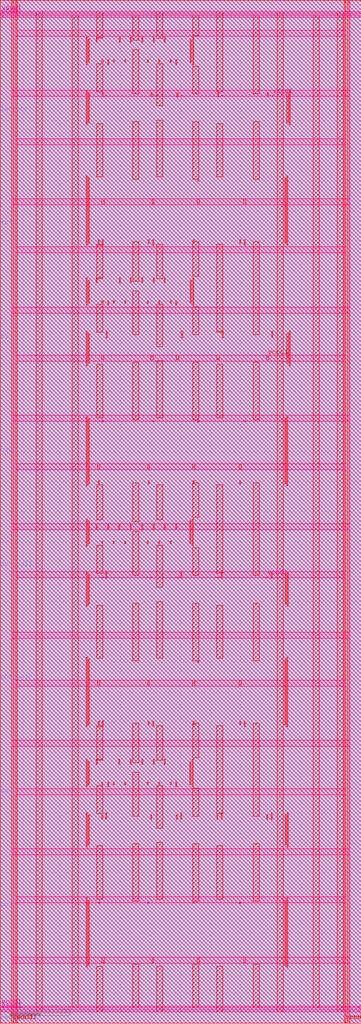
<source format=lef>
###############################################################
#  Generated by:      Cadence Innovus 20.13-s083_1
#  OS:                Linux x86_64(Host ID iron-502-26)
#  Generated on:      Fri Jul  1 13:20:40 2022
#  Design:            puf_super
#  Command:           write_lef_abstract -specifyTopLayer 5 -PGPinLayers {5 6} -noCutObs -extractBlockObs -stripePin results/puf_super.lef
###############################################################

VERSION 5.8 ;

BUSBITCHARS "[]" ;
DIVIDERCHAR "/" ;

MACRO puf_super
  CLASS BLOCK ;
  SIZE 599.840000 BY 1700.000000 ;
  FOREIGN puf_super 0.000000 0.000000 ;
  ORIGIN 0 0 ;
  SYMMETRY X Y R90 ;
  PIN reset
    DIRECTION INPUT ;
    USE SIGNAL ;
    ANTENNAPARTIALMETALAREA 0.4194 LAYER met3  ;
    ANTENNAPARTIALMETALSIDEAREA 2.68 LAYER met3  ;
    ANTENNAPARTIALCUTAREA 0.04 LAYER via3  ;
    ANTENNAPARTIALMETALAREA 3.9618 LAYER met4  ;
    ANTENNAPARTIALMETALSIDEAREA 21.6 LAYER met4  ;
    ANTENNAMODEL OXIDE1 ;
    ANTENNAGATEAREA 0.495 LAYER met4  ;
    ANTENNAMAXAREACAR 55.6044 LAYER met4  ;
    ANTENNAMAXSIDEAREACAR 280.796 LAYER met4  ;
    ANTENNAMAXCUTCAR 0.323838 LAYER via4  ;
    PORT
      LAYER met3 ;
        RECT 0.000000 0.520000 0.800000 0.820000 ;
    END
  END reset
  PIN clk
    DIRECTION INPUT ;
    USE SIGNAL ;
    ANTENNAPARTIALMETALAREA 15.6204 LAYER met3  ;
    ANTENNAPARTIALMETALSIDEAREA 83.304 LAYER met3  ;
    ANTENNAMODEL OXIDE1 ;
    ANTENNAGATEAREA 1.152 LAYER met3  ;
    ANTENNAMAXAREACAR 14.5083 LAYER met3  ;
    ANTENNAMAXSIDEAREACAR 75.1606 LAYER met3  ;
    ANTENNAMAXCUTCAR 0.0793403 LAYER via3  ;
    PORT
      LAYER met3 ;
        RECT 0.000000 944.190000 0.800000 944.490000 ;
    END
  END clk
  PIN si
    DIRECTION INPUT ;
    USE SIGNAL ;
    ANTENNAPARTIALMETALAREA 23.0986 LAYER met3  ;
    ANTENNAPARTIALMETALSIDEAREA 123.184 LAYER met3  ;
    ANTENNAPARTIALCUTAREA 0.04 LAYER via3  ;
    ANTENNAPARTIALMETALAREA 0.6516 LAYER met4  ;
    ANTENNAPARTIALMETALSIDEAREA 4.416 LAYER met4  ;
    ANTENNAMODEL OXIDE1 ;
    ANTENNAGATEAREA 0.126 LAYER met4  ;
    ANTENNAMAXAREACAR 91.5542 LAYER met4  ;
    ANTENNAMAXSIDEAREACAR 443.786 LAYER met4  ;
    ANTENNAMAXCUTCAR 1.04286 LAYER via4  ;
    PORT
      LAYER met3 ;
        RECT 0.000000 1132.680000 0.800000 1132.980000 ;
    END
  END si
  PIN rstn
    DIRECTION INPUT ;
    USE SIGNAL ;
    ANTENNAPARTIALMETALAREA 33.1464 LAYER met3  ;
    ANTENNAPARTIALMETALSIDEAREA 176.776 LAYER met3  ;
    ANTENNAMODEL OXIDE1 ;
    ANTENNAGATEAREA 2.733 LAYER met3  ;
    ANTENNAMAXAREACAR 44.3132 LAYER met3  ;
    ANTENNAMAXSIDEAREACAR 222.668 LAYER met3  ;
    ANTENNAMAXCUTCAR 0.361584 LAYER via3  ;
    PORT
      LAYER met3 ;
        RECT 0.000000 1321.780000 0.800000 1322.080000 ;
    END
  END rstn
  PIN puf_sel1
    DIRECTION INPUT ;
    USE SIGNAL ;
    ANTENNAPARTIALMETALAREA 1.9584 LAYER met3  ;
    ANTENNAPARTIALMETALSIDEAREA 10.44 LAYER met3  ;
    ANTENNAMODEL OXIDE1 ;
    ANTENNAGATEAREA 0.81 LAYER met3  ;
    ANTENNAMAXAREACAR 69.6004 LAYER met3  ;
    ANTENNAMAXSIDEAREACAR 345.132 LAYER met3  ;
    ANTENNAMAXCUTCAR 0.257059 LAYER via3  ;
    PORT
      LAYER met3 ;
        RECT 0.000000 755.090000 0.800000 755.390000 ;
    END
  END puf_sel1
  PIN puf_sel0
    DIRECTION INPUT ;
    USE SIGNAL ;
    ANTENNAPARTIALMETALAREA 14.3784 LAYER met3  ;
    ANTENNAPARTIALMETALSIDEAREA 76.68 LAYER met3  ;
    ANTENNAMODEL OXIDE1 ;
    ANTENNAGATEAREA 1.5525 LAYER met3  ;
    ANTENNAMAXAREACAR 55.5734 LAYER met3  ;
    ANTENNAMAXSIDEAREACAR 278.761 LAYER met3  ;
    ANTENNAMAXCUTCAR 0.233442 LAYER via3  ;
    PORT
      LAYER met3 ;
        RECT 0.000000 566.600000 0.800000 566.900000 ;
    END
  END puf_sel0
  PIN length1
    DIRECTION INPUT ;
    USE SIGNAL ;
    ANTENNAPARTIALMETALAREA 31.7664 LAYER met3  ;
    ANTENNAPARTIALMETALSIDEAREA 169.416 LAYER met3  ;
    ANTENNAMODEL OXIDE1 ;
    ANTENNAGATEAREA 1.1145 LAYER met3  ;
    ANTENNAMAXAREACAR 150.071 LAYER met3  ;
    ANTENNAMAXSIDEAREACAR 755.32 LAYER met3  ;
    ANTENNAMAXCUTCAR 0.277205 LAYER via3  ;
    PORT
      LAYER met3 ;
        RECT 0.000000 1698.760000 0.800000 1699.060000 ;
    END
  END length1
  PIN length0
    DIRECTION INPUT ;
    USE SIGNAL ;
    ANTENNAPARTIALMETALAREA 28.0404 LAYER met3  ;
    ANTENNAPARTIALMETALSIDEAREA 149.544 LAYER met3  ;
    ANTENNAMODEL OXIDE1 ;
    ANTENNAGATEAREA 1.023 LAYER met3  ;
    ANTENNAMAXAREACAR 140.376 LAYER met3  ;
    ANTENNAMAXSIDEAREACAR 708.093 LAYER met3  ;
    ANTENNAMAXCUTCAR 0.428596 LAYER via3  ;
    PORT
      LAYER met3 ;
        RECT 0.000000 1510.270000 0.800000 1510.570000 ;
    END
  END length0
  PIN out
    DIRECTION OUTPUT ;
    USE SIGNAL ;
    ANTENNADIFFAREA 0.3406 LAYER met3  ;
    ANTENNAPARTIALMETALAREA 8.5824 LAYER met3  ;
    ANTENNAPARTIALMETALSIDEAREA 45.768 LAYER met3  ;
    PORT
      LAYER met3 ;
        RECT 0.000000 189.010000 0.800000 189.310000 ;
    END
  END out
  PIN so
    DIRECTION OUTPUT ;
    USE SIGNAL ;
    ANTENNAPARTIALMETALAREA 141.351 LAYER met3  ;
    ANTENNAPARTIALMETALSIDEAREA 753.856 LAYER met3  ;
    ANTENNAPARTIALCUTAREA 0.08 LAYER via3  ;
    ANTENNAPARTIALMETALAREA 118.617 LAYER met4  ;
    ANTENNAPARTIALMETALSIDEAREA 629.912 LAYER met4  ;
    ANTENNAPARTIALCUTAREA 0.64 LAYER via4  ;
    ANTENNADIFFAREA 0.4455 LAYER met5  ;
    ANTENNAPARTIALMETALAREA 7.44 LAYER met5  ;
    ANTENNAPARTIALMETALSIDEAREA 15 LAYER met5  ;
    PORT
      LAYER met3 ;
        RECT 0.000000 377.500000 0.800000 377.800000 ;
    END
  END so
  PIN vssd1
    DIRECTION INOUT ;
    USE GROUND ;
    PORT
      LAYER met4 ;
        RECT 577.520000 1696.900000 580.620000 1700.000000 ;
    END
    PORT
      LAYER met4 ;
        RECT 577.520000 0.000000 580.620000 3.100000 ;
    END
    PORT
      LAYER met4 ;
        RECT 19.220000 1696.900000 22.320000 1700.000000 ;
    END
    PORT
      LAYER met4 ;
        RECT 19.220000 0.000000 22.320000 3.100000 ;
    END
    PORT
      LAYER met5 ;
        RECT 596.740000 1677.640000 599.840000 1680.740000 ;
    END
    PORT
      LAYER met5 ;
        RECT 0.000000 1677.640000 3.100000 1680.740000 ;
    END
    PORT
      LAYER met5 ;
        RECT 596.740000 19.260000 599.840000 22.360000 ;
    END
    PORT
      LAYER met5 ;
        RECT 0.000000 19.260000 3.100000 22.360000 ;
    END

# P/G power stripe data as pin
    PORT
      LAYER met4 ;
        RECT 19.220000 0.000000 22.320000 1700.000000 ;
        RECT 160.000000 836.695000 170.000000 894.600000 ;
        RECT 260.000000 836.695000 270.000000 894.600000 ;
        RECT 60.000000 19.260000 70.000000 1680.740000 ;
        RECT 577.520000 0.000000 580.620000 1700.000000 ;
        RECT 360.000000 747.890000 370.000000 894.600000 ;
        RECT 460.000000 19.260000 470.000000 1680.740000 ;
        RECT 560.000000 19.260000 570.000000 1680.740000 ;
        RECT 142.800000 392.800000 144.600000 438.495000 ;
        RECT 160.000000 206.320000 170.000000 294.600000 ;
        RECT 260.000000 206.320000 270.000000 300.780000 ;
        RECT 142.800000 92.800000 144.600000 208.120000 ;
        RECT 160.000000 19.260000 170.000000 94.600000 ;
        RECT 260.000000 19.260000 270.000000 94.600000 ;
        RECT 142.800000 292.800000 144.600000 349.690000 ;
        RECT 160.000000 347.890000 170.000000 394.600000 ;
        RECT 174.985000 339.315000 176.785000 349.690000 ;
        RECT 178.405000 392.800000 180.095000 400.845000 ;
        RECT 260.000000 324.320000 270.000000 394.600000 ;
        RECT 291.655000 392.800000 293.345000 400.845000 ;
        RECT 160.000000 606.320000 170.000000 694.600000 ;
        RECT 260.000000 606.320000 270.000000 700.780000 ;
        RECT 142.800000 492.800000 144.600000 608.120000 ;
        RECT 160.000000 436.695000 170.000000 494.600000 ;
        RECT 159.485000 430.450000 161.175000 438.495000 ;
        RECT 169.585000 492.800000 171.385000 502.330000 ;
        RECT 260.000000 436.695000 270.000000 494.600000 ;
        RECT 235.005000 430.450000 236.695000 438.495000 ;
        RECT 216.165000 430.450000 217.855000 438.495000 ;
        RECT 197.275000 430.450000 198.965000 438.495000 ;
        RECT 272.715000 430.450000 274.405000 438.495000 ;
        RECT 253.865000 430.450000 255.555000 438.495000 ;
        RECT 253.005000 492.800000 254.805000 501.735000 ;
        RECT 260.000000 724.320000 270.000000 794.600000 ;
        RECT 174.985000 739.315000 176.785000 749.690000 ;
        RECT 142.800000 692.800000 144.600000 749.690000 ;
        RECT 142.800000 792.800000 144.600000 838.495000 ;
        RECT 160.000000 747.890000 170.000000 794.600000 ;
        RECT 318.655000 392.800000 320.455000 438.495000 ;
        RECT 360.000000 347.890000 370.000000 494.600000 ;
        RECT 360.000000 206.320000 370.000000 294.600000 ;
        RECT 475.940000 92.800000 477.740000 208.120000 ;
        RECT 360.000000 19.260000 370.000000 94.600000 ;
        RECT 477.120000 292.800000 478.920000 349.690000 ;
        RECT 367.485000 339.315000 369.285000 349.690000 ;
        RECT 299.985000 339.315000 301.785000 349.690000 ;
        RECT 449.985000 339.315000 451.785000 349.690000 ;
        RECT 360.000000 606.320000 370.000000 694.600000 ;
        RECT 475.940000 492.800000 477.740000 608.120000 ;
        RECT 405.505000 492.800000 407.305000 501.735000 ;
        RECT 328.005000 598.890000 329.805000 601.420000 ;
        RECT 299.985000 739.315000 301.785000 749.690000 ;
        RECT 367.485000 739.315000 369.285000 749.690000 ;
        RECT 449.985000 739.315000 451.785000 749.690000 ;
        RECT 477.120000 692.800000 478.920000 749.690000 ;
        RECT 318.655000 792.800000 320.455000 838.495000 ;
        RECT 260.000000 1236.695000 270.000000 1294.600000 ;
        RECT 160.000000 1236.695000 170.000000 1294.600000 ;
        RECT 160.000000 1006.320000 170.000000 1094.600000 ;
        RECT 260.000000 1006.320000 270.000000 1100.780000 ;
        RECT 142.800000 892.800000 144.600000 1008.120000 ;
        RECT 260.000000 1124.320000 270.000000 1194.600000 ;
        RECT 160.000000 1147.890000 170.000000 1194.600000 ;
        RECT 142.800000 1092.800000 144.600000 1149.690000 ;
        RECT 176.080000 1139.315000 177.880000 1149.690000 ;
        RECT 142.800000 1192.800000 144.600000 1238.495000 ;
        RECT 178.495000 1192.800000 180.185000 1200.845000 ;
        RECT 159.575000 1230.450000 161.265000 1238.495000 ;
        RECT 291.745000 1192.800000 293.435000 1200.845000 ;
        RECT 197.365000 1230.450000 199.055000 1238.495000 ;
        RECT 216.255000 1230.450000 217.945000 1238.495000 ;
        RECT 235.095000 1230.450000 236.785000 1238.495000 ;
        RECT 253.955000 1230.450000 255.645000 1238.495000 ;
        RECT 272.805000 1230.450000 274.495000 1238.495000 ;
        RECT 160.000000 1406.320000 170.000000 1494.600000 ;
        RECT 260.000000 1406.320000 270.000000 1500.780000 ;
        RECT 142.800000 1292.800000 144.600000 1408.120000 ;
        RECT 169.585000 1292.800000 171.385000 1302.330000 ;
        RECT 253.005000 1292.800000 254.805000 1301.735000 ;
        RECT 142.800000 1592.800000 144.600000 1638.495000 ;
        RECT 260.000000 1524.320000 270.000000 1594.600000 ;
        RECT 160.000000 1547.890000 170.000000 1594.600000 ;
        RECT 178.495000 1592.800000 180.185000 1600.845000 ;
        RECT 291.745000 1592.800000 293.435000 1600.845000 ;
        RECT 142.800000 1492.800000 144.600000 1549.690000 ;
        RECT 160.000000 1636.695000 170.000000 1680.740000 ;
        RECT 159.575000 1630.450000 161.265000 1638.495000 ;
        RECT 260.000000 1636.695000 270.000000 1680.740000 ;
        RECT 216.255000 1630.450000 217.945000 1638.495000 ;
        RECT 197.365000 1630.450000 199.055000 1638.495000 ;
        RECT 235.095000 1630.450000 236.785000 1638.495000 ;
        RECT 253.955000 1630.450000 255.645000 1638.495000 ;
        RECT 272.805000 1630.450000 274.495000 1638.495000 ;
        RECT 360.000000 1147.890000 370.000000 1294.600000 ;
        RECT 360.000000 1006.320000 370.000000 1094.600000 ;
        RECT 475.940000 892.800000 477.740000 1008.120000 ;
        RECT 368.580000 1139.315000 370.380000 1149.690000 ;
        RECT 301.080000 1139.315000 302.880000 1149.690000 ;
        RECT 480.005000 1092.800000 481.805000 1149.690000 ;
        RECT 451.080000 1139.315000 452.880000 1149.690000 ;
        RECT 319.550000 1192.800000 321.350000 1238.495000 ;
        RECT 360.000000 1406.320000 370.000000 1494.600000 ;
        RECT 475.940000 1292.800000 477.740000 1408.120000 ;
        RECT 405.505000 1292.800000 407.305000 1301.735000 ;
        RECT 328.005000 1398.890000 329.805000 1401.420000 ;
        RECT 360.000000 1547.890000 370.000000 1680.740000 ;
        RECT 319.550000 1592.800000 321.350000 1638.495000 ;
        RECT 480.005000 1492.800000 481.805000 1549.690000 ;
        RECT 159.485000 436.695000 170.000000 438.495000 ;
        RECT 160.000000 492.800000 171.385000 494.600000 ;
        RECT 159.575000 1236.695000 170.000000 1238.495000 ;
        RECT 160.000000 1292.800000 171.385000 1294.600000 ;
        RECT 159.575000 1636.695000 170.000000 1638.495000 ;
        RECT 360.000000 1147.890000 370.380000 1149.690000 ;
        RECT 252.360000 100.190000 255.450000 110.000000 ;
        RECT 168.525000 100.370000 172.445000 110.000000 ;
        RECT 178.405000 820.000000 180.095000 830.000000 ;
        RECT 159.485000 820.000000 161.175000 830.000000 ;
        RECT 197.275000 820.000000 198.965000 830.000000 ;
        RECT 216.165000 820.000000 217.855000 830.000000 ;
        RECT 235.005000 820.000000 236.695000 830.000000 ;
        RECT 253.865000 820.000000 255.555000 830.000000 ;
        RECT 272.715000 820.000000 274.405000 830.000000 ;
        RECT 291.655000 820.000000 293.345000 830.000000 ;
        RECT 404.860000 100.190000 407.950000 110.000000 ;
        RECT 327.360000 100.190000 330.450000 110.000000 ;
        RECT 168.525000 999.505000 172.445000 1000.925000 ;
        RECT 252.360000 999.505000 255.450000 1000.925000 ;
        RECT 168.525000 1360.000000 172.445000 1370.000000 ;
        RECT 252.360000 1360.000000 255.450000 1370.000000 ;
        RECT 174.965000 1539.955000 178.995000 1541.375000 ;
        RECT 257.465000 1539.955000 261.495000 1541.375000 ;
        RECT 404.860000 999.505000 407.950000 1000.925000 ;
        RECT 327.360000 999.505000 330.450000 1000.925000 ;
        RECT 404.860000 1360.000000 407.950000 1370.000000 ;
        RECT 327.360000 1360.000000 330.450000 1370.000000 ;
        RECT 367.465000 1539.955000 371.495000 1541.375000 ;
        RECT 299.965000 1539.955000 303.995000 1541.375000 ;
        RECT 449.965000 1539.955000 453.995000 1541.375000 ;
      LAYER met5 ;
        RECT 19.220000 100.000000 580.620000 110.000000 ;
        RECT 0.000000 19.260000 599.840000 22.360000 ;
        RECT 19.220000 280.000000 580.620000 290.000000 ;
        RECT 19.220000 460.000000 580.620000 470.000000 ;
        RECT 19.220000 640.000000 580.620000 650.000000 ;
        RECT 19.220000 820.000000 580.620000 830.000000 ;
        RECT 19.220000 1000.000000 580.620000 1010.000000 ;
        RECT 19.220000 1180.000000 580.620000 1190.000000 ;
        RECT 19.220000 1360.000000 580.620000 1370.000000 ;
        RECT 19.220000 1540.000000 580.620000 1550.000000 ;
        RECT 0.000000 1677.640000 599.840000 1680.740000 ;
        RECT 168.525000 999.505000 172.445000 1000.925000 ;
        RECT 252.360000 999.505000 255.450000 1000.925000 ;
        RECT 174.965000 1539.955000 178.995000 1541.375000 ;
        RECT 257.465000 1539.955000 261.495000 1541.375000 ;
        RECT 404.860000 999.505000 407.950000 1000.925000 ;
        RECT 327.360000 999.505000 330.450000 1000.925000 ;
        RECT 367.465000 1539.955000 371.495000 1541.375000 ;
        RECT 299.965000 1539.955000 303.995000 1541.375000 ;
        RECT 449.965000 1539.955000 453.995000 1541.375000 ;
    END
# end of P/G power stripe data as pin

  END vssd1
  PIN vccd1
    DIRECTION INOUT ;
    USE POWER ;
    PORT
      LAYER met4 ;
        RECT 571.320000 1696.900000 574.420000 1700.000000 ;
    END
    PORT
      LAYER met4 ;
        RECT 571.320000 0.000000 574.420000 3.100000 ;
    END
    PORT
      LAYER met4 ;
        RECT 25.420000 1696.900000 28.520000 1700.000000 ;
    END
    PORT
      LAYER met4 ;
        RECT 25.420000 0.000000 28.520000 3.100000 ;
    END
    PORT
      LAYER met5 ;
        RECT 596.740000 1671.440000 599.840000 1674.540000 ;
    END
    PORT
      LAYER met5 ;
        RECT 0.000000 1671.440000 3.100000 1674.540000 ;
    END
    PORT
      LAYER met5 ;
        RECT 596.740000 25.460000 599.840000 28.560000 ;
    END
    PORT
      LAYER met5 ;
        RECT 0.000000 25.460000 3.100000 28.560000 ;
    END

# P/G power stripe data as pin
    PORT
      LAYER met4 ;
        RECT 120.000000 25.460000 130.000000 1674.540000 ;
        RECT 220.000000 833.095000 230.000000 898.200000 ;
        RECT 25.420000 0.000000 28.520000 1700.000000 ;
        RECT 520.000000 25.460000 530.000000 1674.540000 ;
        RECT 420.000000 744.290000 430.000000 898.200000 ;
        RECT 571.320000 0.000000 574.420000 1700.000000 ;
        RECT 320.000000 840.895000 330.000000 898.200000 ;
        RECT 146.400000 396.400000 148.200000 434.895000 ;
        RECT 220.000000 202.720000 230.000000 298.200000 ;
        RECT 146.400000 96.400000 148.200000 204.520000 ;
        RECT 220.000000 25.460000 230.000000 98.200000 ;
        RECT 146.400000 296.400000 148.200000 346.090000 ;
        RECT 168.270000 339.310000 170.070000 346.090000 ;
        RECT 168.975000 396.400000 170.665000 400.850000 ;
        RECT 187.855000 396.400000 189.545000 400.850000 ;
        RECT 220.000000 344.290000 230.000000 417.360000 ;
        RECT 292.485000 339.315000 294.285000 346.090000 ;
        RECT 249.985000 339.315000 251.785000 346.090000 ;
        RECT 244.405000 396.400000 246.095000 400.850000 ;
        RECT 206.705000 396.400000 208.395000 400.850000 ;
        RECT 263.245000 396.400000 264.935000 400.850000 ;
        RECT 282.225000 396.400000 283.915000 400.850000 ;
        RECT 220.000000 602.720000 230.000000 698.200000 ;
        RECT 146.400000 496.400000 148.200000 604.520000 ;
        RECT 163.005000 496.400000 164.805000 501.735000 ;
        RECT 220.000000 433.095000 230.000000 498.200000 ;
        RECT 245.505000 496.400000 247.305000 501.735000 ;
        RECT 146.400000 696.400000 148.200000 746.090000 ;
        RECT 146.400000 796.400000 148.200000 834.895000 ;
        RECT 187.855000 796.400000 189.545000 800.850000 ;
        RECT 168.975000 796.400000 170.665000 800.850000 ;
        RECT 282.225000 796.400000 283.915000 800.850000 ;
        RECT 263.245000 796.400000 264.935000 800.850000 ;
        RECT 244.405000 796.400000 246.095000 800.850000 ;
        RECT 206.705000 796.400000 208.395000 800.850000 ;
        RECT 220.000000 744.290000 230.000000 817.360000 ;
        RECT 315.055000 396.400000 316.855000 434.895000 ;
        RECT 420.000000 344.290000 430.000000 498.200000 ;
        RECT 420.000000 202.720000 430.000000 298.200000 ;
        RECT 320.000000 202.720000 330.000000 298.200000 ;
        RECT 472.340000 96.400000 474.140000 204.520000 ;
        RECT 320.000000 25.460000 330.000000 98.200000 ;
        RECT 420.000000 25.460000 430.000000 98.200000 ;
        RECT 473.520000 296.400000 475.320000 346.090000 ;
        RECT 320.000000 344.290000 330.000000 390.400000 ;
        RECT 359.985000 339.315000 361.785000 346.090000 ;
        RECT 442.485000 339.315000 444.285000 346.090000 ;
        RECT 420.000000 602.720000 430.000000 698.200000 ;
        RECT 320.000000 602.720000 330.000000 698.200000 ;
        RECT 472.340000 496.400000 474.140000 604.520000 ;
        RECT 320.000000 440.895000 330.000000 498.200000 ;
        RECT 398.005000 496.400000 399.805000 501.735000 ;
        RECT 320.505000 496.400000 322.305000 501.735000 ;
        RECT 473.520000 696.400000 475.320000 746.090000 ;
        RECT 315.055000 796.400000 316.855000 834.895000 ;
        RECT 320.000000 744.290000 330.000000 790.400000 ;
        RECT 220.000000 1233.095000 230.000000 1298.200000 ;
        RECT 220.000000 1002.720000 230.000000 1098.200000 ;
        RECT 146.400000 896.400000 148.200000 1004.520000 ;
        RECT 163.005000 896.400000 164.805000 901.735000 ;
        RECT 245.505000 896.400000 247.305000 901.735000 ;
        RECT 220.000000 1144.290000 230.000000 1217.360000 ;
        RECT 146.400000 1096.400000 148.200000 1146.090000 ;
        RECT 146.400000 1196.400000 148.200000 1234.895000 ;
        RECT 169.065000 1196.400000 170.755000 1200.850000 ;
        RECT 187.945000 1196.400000 189.635000 1200.850000 ;
        RECT 206.795000 1196.400000 208.485000 1200.850000 ;
        RECT 244.495000 1196.400000 246.185000 1200.850000 ;
        RECT 263.335000 1196.400000 265.025000 1200.850000 ;
        RECT 282.315000 1196.400000 284.005000 1200.850000 ;
        RECT 220.000000 1402.720000 230.000000 1498.200000 ;
        RECT 146.400000 1296.400000 148.200000 1404.520000 ;
        RECT 163.005000 1296.400000 164.805000 1301.735000 ;
        RECT 245.505000 1296.400000 247.305000 1301.735000 ;
        RECT 220.000000 1544.290000 230.000000 1617.360000 ;
        RECT 146.400000 1496.400000 148.200000 1546.090000 ;
        RECT 169.365000 1539.310000 171.165000 1546.090000 ;
        RECT 293.580000 1539.315000 295.380000 1546.090000 ;
        RECT 251.080000 1539.315000 252.880000 1546.090000 ;
        RECT 146.400000 1596.400000 148.200000 1634.895000 ;
        RECT 187.945000 1596.400000 189.635000 1600.850000 ;
        RECT 169.065000 1596.400000 170.755000 1600.850000 ;
        RECT 220.000000 1633.095000 230.000000 1674.540000 ;
        RECT 282.315000 1596.400000 284.005000 1600.850000 ;
        RECT 263.335000 1596.400000 265.025000 1600.850000 ;
        RECT 244.495000 1596.400000 246.185000 1600.850000 ;
        RECT 206.795000 1596.400000 208.485000 1600.850000 ;
        RECT 420.000000 1144.290000 430.000000 1298.200000 ;
        RECT 320.000000 1240.895000 330.000000 1298.200000 ;
        RECT 420.000000 1002.720000 430.000000 1098.200000 ;
        RECT 320.000000 1002.720000 330.000000 1098.200000 ;
        RECT 472.340000 896.400000 474.140000 1004.520000 ;
        RECT 320.505000 896.400000 322.305000 901.735000 ;
        RECT 398.005000 896.400000 399.805000 901.735000 ;
        RECT 320.000000 1144.290000 330.000000 1190.400000 ;
        RECT 476.405000 1096.400000 478.205000 1146.090000 ;
        RECT 315.950000 1196.400000 317.750000 1234.895000 ;
        RECT 420.000000 1402.720000 430.000000 1498.200000 ;
        RECT 320.000000 1402.720000 330.000000 1498.200000 ;
        RECT 472.340000 1296.400000 474.140000 1404.520000 ;
        RECT 320.505000 1296.400000 322.305000 1301.735000 ;
        RECT 398.005000 1296.400000 399.805000 1301.735000 ;
        RECT 420.000000 1544.290000 430.000000 1674.540000 ;
        RECT 361.080000 1539.315000 362.880000 1546.090000 ;
        RECT 320.000000 1544.290000 330.000000 1590.400000 ;
        RECT 476.405000 1496.400000 478.205000 1546.090000 ;
        RECT 443.580000 1539.315000 445.380000 1546.090000 ;
        RECT 320.000000 1640.895000 330.000000 1674.540000 ;
        RECT 315.950000 1596.400000 317.750000 1634.895000 ;
        RECT 323.380000 390.075000 330.000000 390.405000 ;
        RECT 162.360000 199.505000 165.450000 200.925000 ;
        RECT 244.860000 199.505000 247.950000 200.925000 ;
        RECT 162.360000 560.000000 165.450000 570.000000 ;
        RECT 244.860000 560.000000 247.950000 570.000000 ;
        RECT 167.155000 739.950000 171.185000 741.370000 ;
        RECT 291.370000 739.955000 295.400000 741.375000 ;
        RECT 248.870000 739.955000 252.900000 741.375000 ;
        RECT 397.360000 199.505000 400.450000 200.925000 ;
        RECT 319.860000 199.505000 322.950000 200.925000 ;
        RECT 397.360000 560.000000 400.450000 570.000000 ;
        RECT 319.860000 560.000000 322.950000 570.000000 ;
        RECT 358.870000 739.955000 362.900000 741.375000 ;
        RECT 441.370000 739.955000 445.400000 741.375000 ;
        RECT 162.360000 920.000000 165.450000 930.000000 ;
        RECT 244.860000 920.000000 247.950000 930.000000 ;
        RECT 168.250000 1102.795000 172.280000 1110.000000 ;
        RECT 292.465000 1102.800000 296.495000 1110.000000 ;
        RECT 249.965000 1102.800000 253.995000 1110.000000 ;
        RECT 397.360000 920.000000 400.450000 930.000000 ;
        RECT 319.860000 920.000000 322.950000 930.000000 ;
        RECT 359.965000 1102.800000 363.995000 1110.000000 ;
        RECT 442.465000 1102.800000 446.495000 1110.000000 ;
      LAYER met5 ;
        RECT 0.000000 25.460000 599.840000 28.560000 ;
        RECT 25.420000 200.000000 574.420000 210.000000 ;
        RECT 25.420000 380.000000 574.420000 390.000000 ;
        RECT 25.420000 560.000000 574.420000 570.000000 ;
        RECT 25.420000 740.000000 574.420000 750.000000 ;
        RECT 25.420000 920.000000 574.420000 930.000000 ;
        RECT 25.420000 1100.000000 574.420000 1110.000000 ;
        RECT 25.420000 1280.000000 574.420000 1290.000000 ;
        RECT 25.420000 1460.000000 574.420000 1470.000000 ;
        RECT 0.000000 1671.440000 599.840000 1674.540000 ;
        RECT 25.420000 1640.000000 574.420000 1650.000000 ;
        RECT 162.360000 199.505000 165.450000 200.925000 ;
        RECT 244.860000 199.505000 247.950000 200.925000 ;
        RECT 167.155000 739.950000 171.185000 741.370000 ;
        RECT 291.370000 739.955000 295.400000 741.375000 ;
        RECT 248.870000 739.955000 252.900000 741.375000 ;
        RECT 397.360000 199.505000 400.450000 200.925000 ;
        RECT 319.860000 199.505000 322.950000 200.925000 ;
        RECT 358.870000 739.955000 362.900000 741.375000 ;
        RECT 441.370000 739.955000 445.400000 741.375000 ;
    END
# end of P/G power stripe data as pin

  END vccd1
  OBS
    LAYER li1 ;
      RECT 0.000000 0.000000 599.840000 1700.000000 ;
    LAYER met1 ;
      RECT 0.000000 0.000000 599.840000 1700.000000 ;
    LAYER met2 ;
      RECT 0.000000 0.000000 599.840000 1700.000000 ;
    LAYER met3 ;
      RECT 0.000000 0.000000 599.840000 1700.000000 ;
    LAYER met4 ;
      RECT 0.000000 0.000000 599.840000 1700.000000 ;
  END
END puf_super

END LIBRARY

</source>
